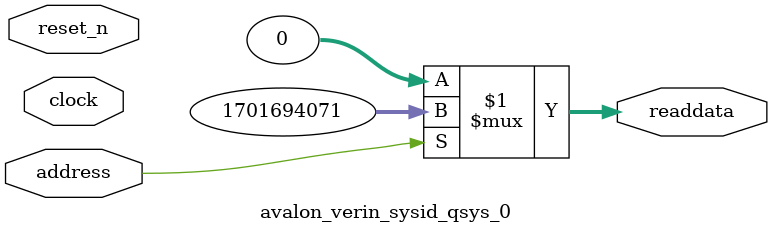
<source format=v>



// synthesis translate_off
`timescale 1ns / 1ps
// synthesis translate_on

// turn off superfluous verilog processor warnings 
// altera message_level Level1 
// altera message_off 10034 10035 10036 10037 10230 10240 10030 

module avalon_verin_sysid_qsys_0 (
               // inputs:
                address,
                clock,
                reset_n,

               // outputs:
                readdata
             )
;

  output  [ 31: 0] readdata;
  input            address;
  input            clock;
  input            reset_n;

  wire    [ 31: 0] readdata;
  //control_slave, which is an e_avalon_slave
  assign readdata = address ? 1701694071 : 0;

endmodule



</source>
